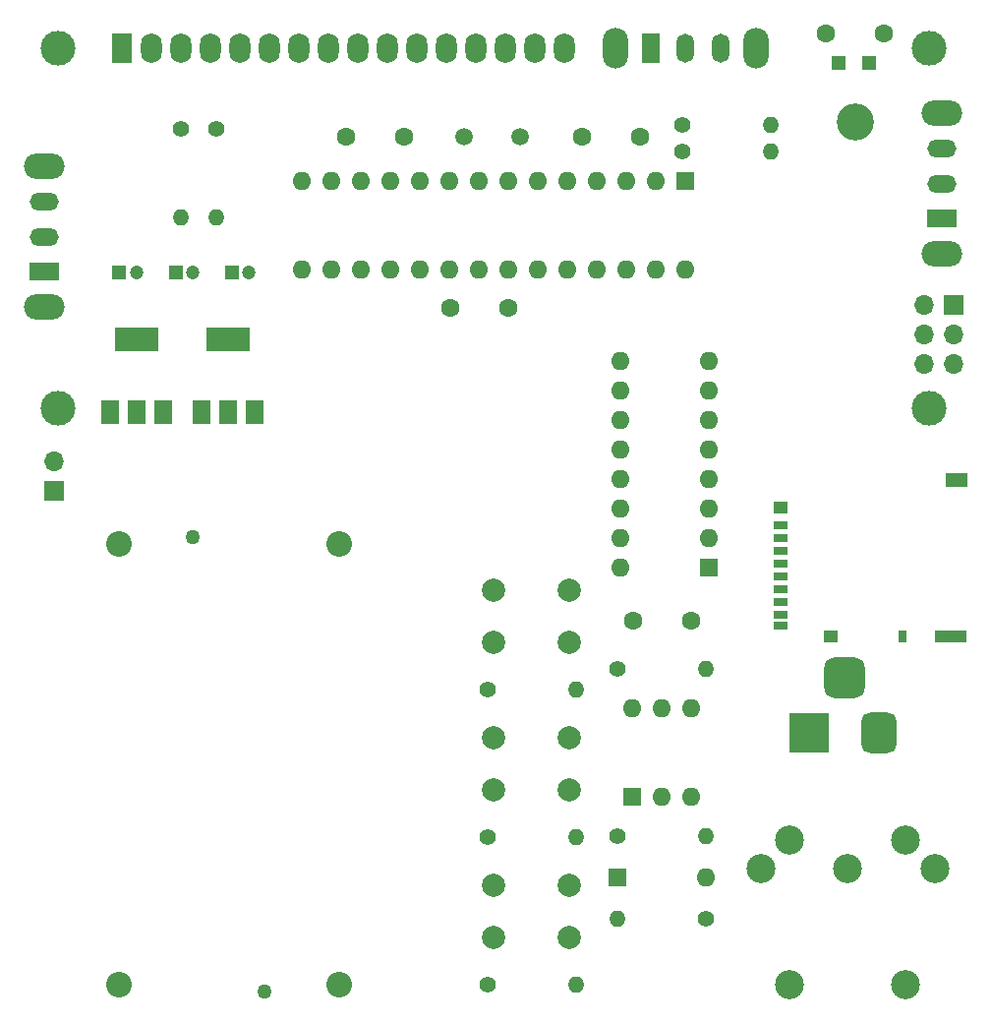
<source format=gbr>
%TF.GenerationSoftware,KiCad,Pcbnew,(6.0.7)*%
%TF.CreationDate,2022-08-13T20:07:02+02:00*%
%TF.ProjectId,SD_interrupter,53445f69-6e74-4657-9272-75707465722e,rev?*%
%TF.SameCoordinates,Original*%
%TF.FileFunction,Soldermask,Top*%
%TF.FilePolarity,Negative*%
%FSLAX46Y46*%
G04 Gerber Fmt 4.6, Leading zero omitted, Abs format (unit mm)*
G04 Created by KiCad (PCBNEW (6.0.7)) date 2022-08-13 20:07:02*
%MOMM*%
%LPD*%
G01*
G04 APERTURE LIST*
G04 Aperture macros list*
%AMRoundRect*
0 Rectangle with rounded corners*
0 $1 Rounding radius*
0 $2 $3 $4 $5 $6 $7 $8 $9 X,Y pos of 4 corners*
0 Add a 4 corners polygon primitive as box body*
4,1,4,$2,$3,$4,$5,$6,$7,$8,$9,$2,$3,0*
0 Add four circle primitives for the rounded corners*
1,1,$1+$1,$2,$3*
1,1,$1+$1,$4,$5*
1,1,$1+$1,$6,$7*
1,1,$1+$1,$8,$9*
0 Add four rect primitives between the rounded corners*
20,1,$1+$1,$2,$3,$4,$5,0*
20,1,$1+$1,$4,$5,$6,$7,0*
20,1,$1+$1,$6,$7,$8,$9,0*
20,1,$1+$1,$8,$9,$2,$3,0*%
G04 Aperture macros list end*
%ADD10C,1.400000*%
%ADD11O,1.400000X1.400000*%
%ADD12C,1.270000*%
%ADD13C,2.205000*%
%ADD14R,1.600000X1.600000*%
%ADD15O,1.600000X1.600000*%
%ADD16C,2.500000*%
%ADD17C,2.000000*%
%ADD18C,3.200000*%
%ADD19C,1.600000*%
%ADD20R,1.208000X1.208000*%
%ADD21R,1.500000X2.000000*%
%ADD22R,3.800000X2.000000*%
%ADD23R,1.700000X1.700000*%
%ADD24O,1.700000X1.700000*%
%ADD25R,3.500000X3.500000*%
%ADD26RoundRect,0.750000X0.750000X1.000000X-0.750000X1.000000X-0.750000X-1.000000X0.750000X-1.000000X0*%
%ADD27RoundRect,0.875000X0.875000X0.875000X-0.875000X0.875000X-0.875000X-0.875000X0.875000X-0.875000X0*%
%ADD28O,2.200000X3.500000*%
%ADD29R,1.500000X2.500000*%
%ADD30O,1.500000X2.500000*%
%ADD31C,1.500000*%
%ADD32R,1.200000X1.200000*%
%ADD33C,1.200000*%
%ADD34O,3.500000X2.200000*%
%ADD35R,2.500000X1.500000*%
%ADD36O,2.500000X1.500000*%
%ADD37R,1.200000X0.700000*%
%ADD38R,0.800000X1.000000*%
%ADD39R,1.900000X1.300000*%
%ADD40R,2.800000X1.000000*%
%ADD41R,1.200000X1.000000*%
%ADD42C,3.000000*%
%ADD43R,1.800000X2.600000*%
%ADD44O,1.800000X2.600000*%
G04 APERTURE END LIST*
D10*
%TO.C,R6*%
X81788000Y-102870000D03*
D11*
X74168000Y-102870000D03*
%TD*%
D12*
%TO.C,BT1*%
X37617000Y-70020000D03*
D13*
X31247000Y-108585000D03*
X31247000Y-70615000D03*
%TD*%
D14*
%TO.C,U2*%
X82032000Y-72644000D03*
D15*
X82032000Y-70104000D03*
X82032000Y-67564000D03*
X82032000Y-65024000D03*
X82032000Y-62484000D03*
X82032000Y-59944000D03*
X82032000Y-57404000D03*
X82032000Y-54864000D03*
X74412000Y-54864000D03*
X74412000Y-57404000D03*
X74412000Y-59944000D03*
X74412000Y-62484000D03*
X74412000Y-65024000D03*
X74412000Y-67564000D03*
X74412000Y-70104000D03*
X74412000Y-72644000D03*
%TD*%
D16*
%TO.C,J3*%
X101480000Y-98600000D03*
X93980000Y-98600000D03*
X86480000Y-98600000D03*
X98980000Y-96100000D03*
X88980000Y-96100000D03*
X88980000Y-108600000D03*
X98980000Y-108600000D03*
%TD*%
D17*
%TO.C,SW3*%
X63500000Y-74585000D03*
X70000000Y-74585000D03*
X70000000Y-79085000D03*
X63500000Y-79085000D03*
%TD*%
D10*
%TO.C,R3*%
X62940000Y-95885000D03*
D11*
X70560000Y-95885000D03*
%TD*%
D18*
%TO.C,U6*%
X94617625Y-34310000D03*
D19*
X92117625Y-26710000D03*
X97117625Y-26710000D03*
D20*
X95817625Y-29210000D03*
X93217625Y-29210000D03*
%TD*%
D21*
%TO.C,U3*%
X38340000Y-59284000D03*
X40640000Y-59284000D03*
D22*
X40640000Y-52984000D03*
D21*
X42940000Y-59284000D03*
%TD*%
D23*
%TO.C,J5*%
X25654000Y-66040000D03*
D24*
X25654000Y-63500000D03*
%TD*%
D14*
%TO.C,D1*%
X74168000Y-99319200D03*
D15*
X81788000Y-99319200D03*
%TD*%
D12*
%TO.C,BT2*%
X43795000Y-109180000D03*
D13*
X50165000Y-70615000D03*
X50165000Y-108585000D03*
%TD*%
D10*
%TO.C,R10*%
X79756000Y-34544000D03*
D11*
X87376000Y-34544000D03*
%TD*%
D19*
%TO.C,C4*%
X71120000Y-35560000D03*
X76120000Y-35560000D03*
%TD*%
%TO.C,C10*%
X75478000Y-77216000D03*
X80478000Y-77216000D03*
%TD*%
D10*
%TO.C,R8*%
X79756000Y-36830000D03*
D11*
X87376000Y-36830000D03*
%TD*%
D25*
%TO.C,J4*%
X90678000Y-86868000D03*
D26*
X96678000Y-86868000D03*
D27*
X93678000Y-82168000D03*
%TD*%
D10*
%TO.C,R1*%
X62940000Y-83185000D03*
D11*
X70560000Y-83185000D03*
%TD*%
D23*
%TO.C,J2*%
X103124000Y-50038000D03*
D24*
X100584000Y-50038000D03*
X103124000Y-52578000D03*
X100584000Y-52578000D03*
X103124000Y-55118000D03*
X100584000Y-55118000D03*
%TD*%
D28*
%TO.C,SW1*%
X86060000Y-27940000D03*
X73960000Y-27940000D03*
D29*
X77010000Y-27940000D03*
D30*
X80010000Y-27940000D03*
X83010000Y-27940000D03*
%TD*%
D31*
%TO.C,Y1*%
X60920000Y-35560000D03*
X65800000Y-35560000D03*
%TD*%
D10*
%TO.C,R2*%
X62940000Y-108585000D03*
D11*
X70560000Y-108585000D03*
%TD*%
D14*
%TO.C,U4*%
X80000000Y-39380000D03*
D15*
X77460000Y-39380000D03*
X74920000Y-39380000D03*
X72380000Y-39380000D03*
X69840000Y-39380000D03*
X67300000Y-39380000D03*
X64760000Y-39380000D03*
X62220000Y-39380000D03*
X59680000Y-39380000D03*
X57140000Y-39380000D03*
X54600000Y-39380000D03*
X52060000Y-39380000D03*
X49520000Y-39380000D03*
X46980000Y-39380000D03*
X46980000Y-47000000D03*
X49520000Y-47000000D03*
X52060000Y-47000000D03*
X54600000Y-47000000D03*
X57140000Y-47000000D03*
X59680000Y-47000000D03*
X62220000Y-47000000D03*
X64760000Y-47000000D03*
X67300000Y-47000000D03*
X69840000Y-47000000D03*
X72380000Y-47000000D03*
X74920000Y-47000000D03*
X77460000Y-47000000D03*
X80000000Y-47000000D03*
%TD*%
D32*
%TO.C,C2*%
X36107401Y-47244000D03*
D33*
X37607401Y-47244000D03*
%TD*%
D19*
%TO.C,C7*%
X59730000Y-50292000D03*
X64730000Y-50292000D03*
%TD*%
D10*
%TO.C,R4*%
X39624000Y-34925000D03*
D11*
X39624000Y-42545000D03*
%TD*%
D10*
%TO.C,R7*%
X74168000Y-95768400D03*
D11*
X81788000Y-95768400D03*
%TD*%
D34*
%TO.C,SW6*%
X102108000Y-33574000D03*
X102108000Y-45674000D03*
D35*
X102108000Y-42624000D03*
D36*
X102108000Y-39624000D03*
X102108000Y-36624000D03*
%TD*%
D17*
%TO.C,SW4*%
X70000000Y-99985000D03*
X63500000Y-99985000D03*
X63500000Y-104485000D03*
X70000000Y-104485000D03*
%TD*%
D37*
%TO.C,J1*%
X88235000Y-69010000D03*
X88235000Y-70110000D03*
X88235000Y-71210000D03*
X88235000Y-72310000D03*
X88235000Y-73410000D03*
X88235000Y-74510000D03*
X88235000Y-75610000D03*
X88235000Y-76710000D03*
X88235000Y-77660000D03*
D38*
X98735000Y-78610000D03*
D39*
X103335000Y-65110000D03*
D40*
X102885000Y-78610000D03*
D41*
X92535000Y-78610000D03*
X88235000Y-67460000D03*
%TD*%
D17*
%TO.C,SW5*%
X63500000Y-87285000D03*
X70000000Y-87285000D03*
X63500000Y-91785000D03*
X70000000Y-91785000D03*
%TD*%
D10*
%TO.C,R5*%
X36576000Y-34925000D03*
D11*
X36576000Y-42545000D03*
%TD*%
D42*
%TO.C,DS1*%
X100995480Y-58940700D03*
X25996900Y-27940000D03*
X25996900Y-58940700D03*
X100996000Y-27940000D03*
D43*
X31496000Y-27940000D03*
D44*
X34036000Y-27940000D03*
X36576000Y-27940000D03*
X39116000Y-27940000D03*
X41656000Y-27940000D03*
X44196000Y-27940000D03*
X46736000Y-27940000D03*
X49276000Y-27940000D03*
X51816000Y-27940000D03*
X54356000Y-27940000D03*
X56896000Y-27940000D03*
X59436000Y-27940000D03*
X61976000Y-27940000D03*
X64516000Y-27940000D03*
X67056000Y-27940000D03*
X69596000Y-27940000D03*
%TD*%
D10*
%TO.C,R9*%
X74168000Y-81366800D03*
D11*
X81788000Y-81366800D03*
%TD*%
D19*
%TO.C,C5*%
X55800000Y-35560000D03*
X50800000Y-35560000D03*
%TD*%
D34*
%TO.C,SW2*%
X24765000Y-38146000D03*
X24765000Y-50246000D03*
D35*
X24765000Y-47196000D03*
D36*
X24765000Y-44196000D03*
X24765000Y-41196000D03*
%TD*%
D21*
%TO.C,U1*%
X30466000Y-59284000D03*
D22*
X32766000Y-52984000D03*
D21*
X32766000Y-59284000D03*
X35066000Y-59284000D03*
%TD*%
D32*
%TO.C,C3*%
X40933401Y-47244000D03*
D33*
X42433401Y-47244000D03*
%TD*%
D32*
%TO.C,C1*%
X31242000Y-47244000D03*
D33*
X32742000Y-47244000D03*
%TD*%
D14*
%TO.C,U5*%
X75453000Y-92367600D03*
D15*
X77993000Y-92367600D03*
X80533000Y-92367600D03*
X80533000Y-84747600D03*
X77993000Y-84747600D03*
X75453000Y-84747600D03*
%TD*%
M02*

</source>
